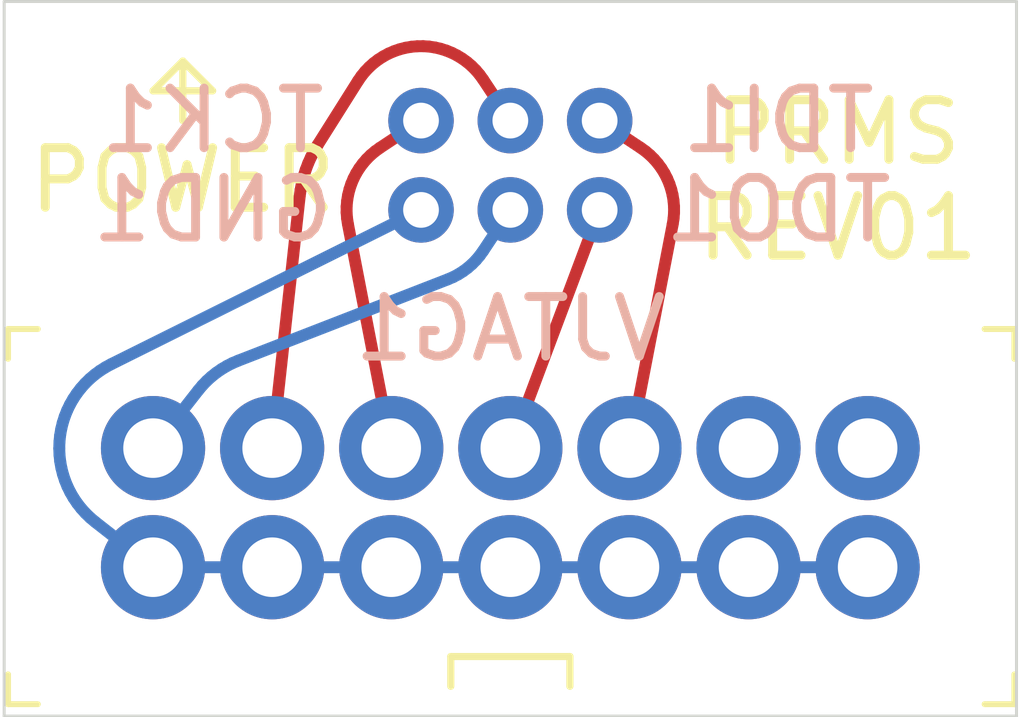
<source format=kicad_pcb>
(kicad_pcb (version 20171130) (host pcbnew 5.1.5-52549c5~86~ubuntu19.10.1)

  (general
    (thickness 1.6)
    (drawings 20)
    (tracks 122)
    (zones 0)
    (modules 7)
    (nets 9)
  )

  (page A4)
  (layers
    (0 F.Cu signal)
    (31 B.Cu signal)
    (32 B.Adhes user)
    (33 F.Adhes user)
    (34 B.Paste user)
    (35 F.Paste user)
    (36 B.SilkS user hide)
    (37 F.SilkS user)
    (38 B.Mask user)
    (39 F.Mask user)
    (40 Dwgs.User user)
    (41 Cmts.User user)
    (42 Eco1.User user hide)
    (43 Eco2.User user)
    (44 Edge.Cuts user)
    (45 Margin user)
    (46 B.CrtYd user hide)
    (47 F.CrtYd user hide)
    (48 B.Fab user hide)
    (49 F.Fab user hide)
  )

  (setup
    (last_trace_width 0.2)
    (user_trace_width 0.2)
    (trace_clearance 0.2)
    (zone_clearance 0.508)
    (zone_45_only no)
    (trace_min 0.2)
    (via_size 0.8)
    (via_drill 0.4)
    (via_min_size 0.4)
    (via_min_drill 0.3)
    (uvia_size 0.3)
    (uvia_drill 0.1)
    (uvias_allowed no)
    (uvia_min_size 0.2)
    (uvia_min_drill 0.1)
    (edge_width 0.05)
    (segment_width 0.2)
    (pcb_text_width 0.3)
    (pcb_text_size 1.5 1.5)
    (mod_edge_width 0.12)
    (mod_text_size 1 1)
    (mod_text_width 0.15)
    (pad_size 1.524 1.524)
    (pad_drill 0.762)
    (pad_to_mask_clearance 0.051)
    (solder_mask_min_width 0.25)
    (aux_axis_origin 0 0)
    (grid_origin 130.5 71)
    (visible_elements FFFFFF7F)
    (pcbplotparams
      (layerselection 0x010fc_ffffffff)
      (usegerberextensions false)
      (usegerberattributes false)
      (usegerberadvancedattributes false)
      (creategerberjobfile false)
      (excludeedgelayer true)
      (linewidth 0.100000)
      (plotframeref false)
      (viasonmask false)
      (mode 1)
      (useauxorigin false)
      (hpglpennumber 1)
      (hpglpenspeed 20)
      (hpglpendiameter 15.000000)
      (psnegative false)
      (psa4output false)
      (plotreference true)
      (plotvalue true)
      (plotinvisibletext false)
      (padsonsilk false)
      (subtractmaskfromsilk false)
      (outputformat 1)
      (mirror false)
      (drillshape 1)
      (scaleselection 1)
      (outputdirectory ""))
  )

  (net 0 "")
  (net 1 "Net-(J1-Pad14)")
  (net 2 GND)
  (net 3 "Net-(J1-Pad12)")
  (net 4 /JTAG_TDI)
  (net 5 /JTAG_TDO)
  (net 6 /JTAG_TCK)
  (net 7 /JTAG_TMS)
  (net 8 +3V3)

  (net_class Default "This is the default net class."
    (clearance 0.2)
    (trace_width 0.2)
    (via_dia 0.8)
    (via_drill 0.4)
    (uvia_dia 0.3)
    (uvia_drill 0.1)
    (add_net +3V3)
    (add_net /JTAG_TCK)
    (add_net /JTAG_TDI)
    (add_net /JTAG_TDO)
    (add_net /JTAG_TMS)
    (add_net GND)
    (add_net "Net-(J1-Pad12)")
    (add_net "Net-(J1-Pad14)")
  )

  (module ttt_lib:TestPoint_THTPad_D1.1mm_Drill0.6mm (layer B.Cu) (tedit 5FC59532) (tstamp 5FC5F291)
    (at 136.5 65)
    (descr "THT pad as test Point, diameter 1.0mm, hole diameter 0.5mm")
    (tags "test point THT pad")
    (path /5FD7CF71)
    (attr virtual)
    (fp_text reference VJTAG1 (at 0 2) (layer B.SilkS)
      (effects (font (size 1 1) (thickness 0.15)) (justify mirror))
    )
    (fp_text value TestPoint (at 0 -1.55) (layer B.Fab)
      (effects (font (size 1 1) (thickness 0.15)) (justify mirror))
    )
    (fp_circle (center 0 0) (end 1 0) (layer B.CrtYd) (width 0.05))
    (fp_text user %R (at 0 1.45) (layer B.Fab)
      (effects (font (size 1 1) (thickness 0.15)) (justify mirror))
    )
    (pad 1 thru_hole circle (at 0 0) (size 1.1 1.1) (drill 0.6) (layers *.Cu *.Mask)
      (net 8 +3V3))
  )

  (module ttt_lib:TestPoint_THTPad_D1.1mm_Drill0.6mm (layer B.Cu) (tedit 5FC59532) (tstamp 5FC5988C)
    (at 136.5 63.5)
    (descr "THT pad as test Point, diameter 1.0mm, hole diameter 0.5mm")
    (tags "test point THT pad")
    (path /5FFEDA0F)
    (attr virtual)
    (fp_text reference TMS1 (at 0 -1.5) (layer B.SilkS) hide
      (effects (font (size 1 1) (thickness 0.15)) (justify mirror))
    )
    (fp_text value TestPoint (at 0 -1.55) (layer B.Fab)
      (effects (font (size 1 1) (thickness 0.15)) (justify mirror))
    )
    (fp_circle (center 0 0) (end 1 0) (layer B.CrtYd) (width 0.05))
    (fp_text user %R (at 0 1.45) (layer B.Fab)
      (effects (font (size 1 1) (thickness 0.15)) (justify mirror))
    )
    (pad 1 thru_hole circle (at 0 0) (size 1.1 1.1) (drill 0.6) (layers *.Cu *.Mask)
      (net 7 /JTAG_TMS))
  )

  (module ttt_lib:TestPoint_THTPad_D1.1mm_Drill0.6mm (layer B.Cu) (tedit 5FC59532) (tstamp 5FC5F2BD)
    (at 138 65)
    (descr "THT pad as test Point, diameter 1.0mm, hole diameter 0.5mm")
    (tags "test point THT pad")
    (path /600CBE96)
    (attr virtual)
    (fp_text reference TDO1 (at 3 0) (layer B.SilkS)
      (effects (font (size 1 1) (thickness 0.15)) (justify mirror))
    )
    (fp_text value TestPoint (at 0 -1.55) (layer B.Fab)
      (effects (font (size 1 1) (thickness 0.15)) (justify mirror))
    )
    (fp_circle (center 0 0) (end 1 0) (layer B.CrtYd) (width 0.05))
    (fp_text user %R (at 0 1.45) (layer B.Fab)
      (effects (font (size 1 1) (thickness 0.15)) (justify mirror))
    )
    (pad 1 thru_hole circle (at 0 0) (size 1.1 1.1) (drill 0.6) (layers *.Cu *.Mask)
      (net 5 /JTAG_TDO))
  )

  (module ttt_lib:TestPoint_THTPad_D1.1mm_Drill0.6mm (layer B.Cu) (tedit 5FC59532) (tstamp 5FC598A1)
    (at 138 63.5)
    (descr "THT pad as test Point, diameter 1.0mm, hole diameter 0.5mm")
    (tags "test point THT pad")
    (path /6013B16D)
    (attr virtual)
    (fp_text reference TDI1 (at 3 0) (layer B.SilkS)
      (effects (font (size 1 1) (thickness 0.15)) (justify mirror))
    )
    (fp_text value TestPoint (at 0 -1.55) (layer B.Fab)
      (effects (font (size 1 1) (thickness 0.15)) (justify mirror))
    )
    (fp_circle (center 0 0) (end 1 0) (layer B.CrtYd) (width 0.05))
    (fp_text user %R (at 0 1.45) (layer B.Fab)
      (effects (font (size 1 1) (thickness 0.15)) (justify mirror))
    )
    (pad 1 thru_hole circle (at 0 0) (size 1.1 1.1) (drill 0.6) (layers *.Cu *.Mask)
      (net 4 /JTAG_TDI))
  )

  (module ttt_lib:TestPoint_THTPad_D1.1mm_Drill0.6mm (layer B.Cu) (tedit 5FC59532) (tstamp 5FC59893)
    (at 135 63.5)
    (descr "THT pad as test Point, diameter 1.0mm, hole diameter 0.5mm")
    (tags "test point THT pad")
    (path /6005CC1E)
    (attr virtual)
    (fp_text reference TCK1 (at -3.5 0) (layer B.SilkS)
      (effects (font (size 1 1) (thickness 0.15)) (justify mirror))
    )
    (fp_text value TestPoint (at 0 -1.55) (layer B.Fab)
      (effects (font (size 1 1) (thickness 0.15)) (justify mirror))
    )
    (fp_circle (center 0 0) (end 1 0) (layer B.CrtYd) (width 0.05))
    (fp_text user %R (at 0 1.45) (layer B.Fab)
      (effects (font (size 1 1) (thickness 0.15)) (justify mirror))
    )
    (pad 1 thru_hole circle (at 0 0) (size 1.1 1.1) (drill 0.6) (layers *.Cu *.Mask)
      (net 6 /JTAG_TCK))
  )

  (module ttt_lib:TestPoint_THTPad_D1.1mm_Drill0.6mm (layer B.Cu) (tedit 5FC59532) (tstamp 5FC5F26A)
    (at 135 65)
    (descr "THT pad as test Point, diameter 1.0mm, hole diameter 0.5mm")
    (tags "test point THT pad")
    (path /601AA432)
    (attr virtual)
    (fp_text reference GND1 (at -3.5 0) (layer B.SilkS)
      (effects (font (size 1 1) (thickness 0.15)) (justify mirror))
    )
    (fp_text value TestPoint (at 0 -1.55) (layer B.Fab)
      (effects (font (size 1 1) (thickness 0.15)) (justify mirror))
    )
    (fp_circle (center 0 0) (end 1 0) (layer B.CrtYd) (width 0.05))
    (fp_text user %R (at 0 1.45) (layer B.Fab)
      (effects (font (size 1 1) (thickness 0.15)) (justify mirror))
    )
    (pad 1 thru_hole circle (at 0 0) (size 1.1 1.1) (drill 0.6) (layers *.Cu *.Mask)
      (net 2 GND))
  )

  (module digikey-footprints:PinHeader_2x7_P2mm_Drill1mm (layer F.Cu) (tedit 5CAE0CF1) (tstamp 5FC5F63C)
    (at 130.5 71 180)
    (path /5FC59A40)
    (fp_text reference J1 (at -11.5 4.5) (layer F.SilkS) hide
      (effects (font (size 1 1) (thickness 0.15)))
    )
    (fp_text value 0878311420 (at -5.08 5.25) (layer F.Fab)
      (effects (font (size 1 1) (thickness 0.15)))
    )
    (fp_line (start -14.355 3.9) (end 2.295 3.9) (layer F.Fab) (width 0.1))
    (fp_line (start -14.355 -2.15) (end 2.295 -2.15) (layer F.Fab) (width 0.1))
    (fp_line (start -14.355 -2.15) (end -14.355 3.9) (layer F.Fab) (width 0.1))
    (fp_line (start 2.295 -2.15) (end 2.295 3.9) (layer F.Fab) (width 0.1))
    (fp_line (start -14.465 -2.3) (end -13.965 -2.3) (layer F.SilkS) (width 0.1))
    (fp_line (start -14.465 -2.3) (end -14.465 -1.8) (layer F.SilkS) (width 0.1))
    (fp_line (start 2.435 -2.3) (end 1.935 -2.3) (layer F.SilkS) (width 0.1))
    (fp_line (start 2.435 -2.3) (end 2.435 -1.8) (layer F.SilkS) (width 0.1))
    (fp_line (start 2.435 4) (end 2.435 3.5) (layer F.SilkS) (width 0.1))
    (fp_line (start 2.435 4) (end 1.935 4) (layer F.SilkS) (width 0.1))
    (fp_line (start -14.465 4) (end -13.965 4) (layer F.SilkS) (width 0.1))
    (fp_line (start -14.465 4) (end -14.465 3.5) (layer F.SilkS) (width 0.1))
    (fp_line (start 2.545 -2.4) (end -14.605 -2.4) (layer F.CrtYd) (width 0.05))
    (fp_line (start -14.605 -2.4) (end -14.605 4.15) (layer F.CrtYd) (width 0.05))
    (fp_line (start 2.545 -2.4) (end 2.545 4.15) (layer F.CrtYd) (width 0.05))
    (fp_line (start 2.545 4.15) (end -14.605 4.15) (layer F.CrtYd) (width 0.05))
    (fp_text user %R (at -6.0635 0.99) (layer F.Fab)
      (effects (font (size 1 1) (thickness 0.15)))
    )
    (pad 14 thru_hole circle (at -12 2 180) (size 1.75 1.75) (drill 1) (layers *.Cu *.Mask)
      (net 1 "Net-(J1-Pad14)"))
    (pad 13 thru_hole circle (at -12 0 180) (size 1.75 1.75) (drill 1) (layers *.Cu *.Mask)
      (net 2 GND))
    (pad 12 thru_hole circle (at -10 2 180) (size 1.75 1.75) (drill 1) (layers *.Cu *.Mask)
      (net 3 "Net-(J1-Pad12)"))
    (pad 11 thru_hole circle (at -10 0 180) (size 1.75 1.75) (drill 1) (layers *.Cu *.Mask)
      (net 2 GND))
    (pad 10 thru_hole circle (at -8 2 180) (size 1.75 1.75) (drill 1) (layers *.Cu *.Mask)
      (net 4 /JTAG_TDI))
    (pad 9 thru_hole circle (at -8 0 180) (size 1.75 1.75) (drill 1) (layers *.Cu *.Mask)
      (net 2 GND))
    (pad 8 thru_hole circle (at -6 2 180) (size 1.75 1.75) (drill 1) (layers *.Cu *.Mask)
      (net 5 /JTAG_TDO))
    (pad 7 thru_hole circle (at -6 0 180) (size 1.75 1.75) (drill 1) (layers *.Cu *.Mask)
      (net 2 GND))
    (pad 6 thru_hole circle (at -4 2 180) (size 1.75 1.75) (drill 1) (layers *.Cu *.Mask)
      (net 6 /JTAG_TCK))
    (pad 5 thru_hole circle (at -4 0 180) (size 1.75 1.75) (drill 1) (layers *.Cu *.Mask)
      (net 2 GND))
    (pad 4 thru_hole circle (at -2 2 180) (size 1.75 1.75) (drill 1) (layers *.Cu *.Mask)
      (net 7 /JTAG_TMS))
    (pad 3 thru_hole circle (at -2 0 180) (size 1.75 1.75) (drill 1) (layers *.Cu *.Mask)
      (net 2 GND))
    (pad 2 thru_hole circle (at 0 2 180) (size 1.75 1.75) (drill 1) (layers *.Cu *.Mask)
      (net 8 +3V3))
    (pad 1 thru_hole circle (at 0 0 180) (size 1.75 1.75) (drill 1) (layers *.Cu *.Mask)
      (net 2 GND))
  )

  (gr_text "PRMS\nREV01" (at 142 64.5) (layer F.SilkS)
    (effects (font (size 1 1) (thickness 0.15)))
  )
  (gr_line (start 130.5 63) (end 131 62.5) (layer F.SilkS) (width 0.12) (tstamp 5FC604C8))
  (gr_line (start 131.5 63) (end 130.5 63) (layer F.SilkS) (width 0.12))
  (gr_line (start 131 62.5) (end 131.5 63) (layer F.SilkS) (width 0.12))
  (gr_line (start 131 63.5) (end 131 62.5) (layer F.SilkS) (width 0.12))
  (gr_text POWER (at 131 64.5) (layer F.SilkS)
    (effects (font (size 1 1) (thickness 0.15)))
  )
  (gr_line (start 137.5 72.5) (end 137.5 73) (layer F.SilkS) (width 0.12))
  (gr_line (start 135.5 72.5) (end 137.5 72.5) (layer F.SilkS) (width 0.12))
  (gr_line (start 135.5 73) (end 135.5 72.5) (layer F.SilkS) (width 0.12))
  (gr_line (start 145 73.5) (end 128 73.5) (layer Edge.Cuts) (width 0.05) (tstamp 5FC6045C))
  (gr_line (start 145 61.5) (end 145 73.5) (layer Edge.Cuts) (width 0.05))
  (gr_line (start 128 61.5) (end 145 61.5) (layer Edge.Cuts) (width 0.05))
  (gr_line (start 128 73.5) (end 128 61.5) (layer Edge.Cuts) (width 0.05))
  (gr_circle (center 130.5 69) (end 132.075 69) (layer Eco2.User) (width 0.2))
  (gr_circle (center 135 65) (end 136.25 65) (layer Eco2.User) (width 0.2))
  (gr_circle (center 132.5 69) (end 134.075 69) (layer Eco2.User) (width 0.2))
  (gr_circle (center 135 63.5) (end 136.25 63.5) (layer Eco1.User) (width 0.2) (tstamp 5FC5F8BC))
  (gr_circle (center 135 65) (end 137.05 65) (layer Eco1.User) (width 0.2))
  (gr_circle (center 135 65) (end 136.25 65) (layer Eco1.User) (width 0.2))
  (gr_circle (center 138 65) (end 139.25 65) (layer Eco1.User) (width 0.2))

  (segment (start 129.529304 70.240312) (end 130.5 71) (width 0.2) (layer B.Cu) (net 2))
  (segment (start 129.798003 67.590097) (end 135 65) (width 0.2) (layer B.Cu) (net 2))
  (segment (start 129.529303 70.240312) (end 129.445512 70.169906) (width 0.2) (layer B.Cu) (net 2))
  (segment (start 129.445512 70.169906) (end 129.366812 70.093851) (width 0.2) (layer B.Cu) (net 2))
  (segment (start 129.366812 70.093851) (end 129.293584 70.012514) (width 0.2) (layer B.Cu) (net 2))
  (segment (start 129.293584 70.012514) (end 129.226181 69.926288) (width 0.2) (layer B.Cu) (net 2))
  (segment (start 129.226181 69.926288) (end 129.164929 69.83559) (width 0.2) (layer B.Cu) (net 2))
  (segment (start 129.164929 69.83559) (end 129.110123 69.740857) (width 0.2) (layer B.Cu) (net 2))
  (segment (start 129.110123 69.740857) (end 129.062029 69.642546) (width 0.2) (layer B.Cu) (net 2))
  (segment (start 129.062029 69.642546) (end 129.020878 69.541133) (width 0.2) (layer B.Cu) (net 2))
  (segment (start 129.020878 69.541133) (end 128.98687 69.437107) (width 0.2) (layer B.Cu) (net 2))
  (segment (start 128.98687 69.437107) (end 128.960167 69.33097) (width 0.2) (layer B.Cu) (net 2))
  (segment (start 128.960167 69.33097) (end 128.9409 69.223235) (width 0.2) (layer B.Cu) (net 2))
  (segment (start 128.9409 69.223235) (end 128.929161 69.114422) (width 0.2) (layer B.Cu) (net 2))
  (segment (start 128.929161 69.114422) (end 128.925008 69.005057) (width 0.2) (layer B.Cu) (net 2))
  (segment (start 128.925008 69.005057) (end 128.928459 68.895667) (width 0.2) (layer B.Cu) (net 2))
  (segment (start 128.928459 68.895667) (end 128.939499 68.786781) (width 0.2) (layer B.Cu) (net 2))
  (segment (start 128.939499 68.786781) (end 128.958073 68.678925) (width 0.2) (layer B.Cu) (net 2))
  (segment (start 128.958073 68.678925) (end 128.984094 68.572619) (width 0.2) (layer B.Cu) (net 2))
  (segment (start 128.984094 68.572619) (end 129.017434 68.468376) (width 0.2) (layer B.Cu) (net 2))
  (segment (start 129.017434 68.468376) (end 129.057932 68.366701) (width 0.2) (layer B.Cu) (net 2))
  (segment (start 129.057932 68.366701) (end 129.105394 68.268084) (width 0.2) (layer B.Cu) (net 2))
  (segment (start 129.105394 68.268084) (end 129.15959 68.173) (width 0.2) (layer B.Cu) (net 2))
  (segment (start 129.15959 68.173) (end 129.220258 68.08191) (width 0.2) (layer B.Cu) (net 2))
  (segment (start 129.220258 68.08191) (end 129.287106 67.995253) (width 0.2) (layer B.Cu) (net 2))
  (segment (start 129.287106 67.995253) (end 129.35981 67.913448) (width 0.2) (layer B.Cu) (net 2))
  (segment (start 129.35981 67.913448) (end 129.43802 67.836889) (width 0.2) (layer B.Cu) (net 2))
  (segment (start 129.43802 67.836889) (end 129.521358 67.765947) (width 0.2) (layer B.Cu) (net 2))
  (segment (start 129.521358 67.765947) (end 129.609421 67.700963) (width 0.2) (layer B.Cu) (net 2))
  (segment (start 129.609421 67.700963) (end 129.701785 67.642252) (width 0.2) (layer B.Cu) (net 2))
  (segment (start 129.701785 67.642252) (end 129.798003 67.590097) (width 0.2) (layer B.Cu) (net 2))
  (segment (start 142.5 71) (end 130.5 71) (width 0.2) (layer B.Cu) (net 2))
  (segment (start 131.93035 67.531625) (end 135.452102 66.165376) (width 0.2) (layer B.Cu) (net 8))
  (segment (start 136.041666 65.690963) (end 136.5 65) (width 0.2) (layer B.Cu) (net 8))
  (segment (start 131.259687 68.029304) (end 130.5 69) (width 0.2) (layer B.Cu) (net 8))
  (segment (start 133.265894 63.906666) (end 133.942618 62.833333) (width 0.2) (layer F.Cu) (net 7))
  (segment (start 132.962167 64.776979) (end 132.5 69) (width 0.2) (layer F.Cu) (net 7))
  (segment (start 133.772714 65.237214) (end 134.5 69) (width 0.2) (layer F.Cu) (net 6))
  (segment (start 134.309036 63.958333) (end 135 63.5) (width 0.2) (layer F.Cu) (net 6))
  (segment (start 136.041666 62.809036) (end 136.5 63.5) (width 0.2) (layer F.Cu) (net 7))
  (segment (start 139.227285 65.237214) (end 138.5 69) (width 0.2) (layer F.Cu) (net 4))
  (segment (start 138.690963 63.958333) (end 138 63.5) (width 0.2) (layer F.Cu) (net 4))
  (segment (start 139.227285 65.237214) (end 139.242094 65.140361) (width 0.2) (layer F.Cu) (net 4))
  (segment (start 139.242094 65.140361) (end 139.249272 65.042646) (width 0.2) (layer F.Cu) (net 4))
  (segment (start 139.249272 65.042646) (end 139.248774 64.944669) (width 0.2) (layer F.Cu) (net 4))
  (segment (start 139.248774 64.944669) (end 139.240605 64.847032) (width 0.2) (layer F.Cu) (net 4))
  (segment (start 139.240605 64.847032) (end 139.224813 64.750335) (width 0.2) (layer F.Cu) (net 4))
  (segment (start 139.224813 64.750335) (end 139.201496 64.655171) (width 0.2) (layer F.Cu) (net 4))
  (segment (start 139.201496 64.655171) (end 139.170797 64.562126) (width 0.2) (layer F.Cu) (net 4))
  (segment (start 139.170797 64.562126) (end 139.132905 64.471772) (width 0.2) (layer F.Cu) (net 4))
  (segment (start 139.132905 64.471772) (end 139.088053 64.384663) (width 0.2) (layer F.Cu) (net 4))
  (segment (start 139.088053 64.384663) (end 139.036516 64.301334) (width 0.2) (layer F.Cu) (net 4))
  (segment (start 139.036516 64.301334) (end 138.978611 64.222298) (width 0.2) (layer F.Cu) (net 4))
  (segment (start 138.978611 64.222298) (end 138.914693 64.14804) (width 0.2) (layer F.Cu) (net 4))
  (segment (start 138.914693 64.14804) (end 138.845156 64.079016) (width 0.2) (layer F.Cu) (net 4))
  (segment (start 138.845156 64.079016) (end 138.770426 64.01565) (width 0.2) (layer F.Cu) (net 4))
  (segment (start 138.770426 64.01565) (end 138.690962 63.958333) (width 0.2) (layer F.Cu) (net 4))
  (segment (start 138 65) (end 136.5 69) (width 0.2) (layer F.Cu) (net 5))
  (segment (start 133.772714 65.237213) (end 133.757905 65.140361) (width 0.2) (layer F.Cu) (net 6))
  (segment (start 133.757905 65.140361) (end 133.750727 65.042646) (width 0.2) (layer F.Cu) (net 6))
  (segment (start 133.750727 65.042646) (end 133.751225 64.944669) (width 0.2) (layer F.Cu) (net 6))
  (segment (start 133.751225 64.944669) (end 133.759394 64.847032) (width 0.2) (layer F.Cu) (net 6))
  (segment (start 133.759394 64.847032) (end 133.775186 64.750335) (width 0.2) (layer F.Cu) (net 6))
  (segment (start 133.775186 64.750335) (end 133.798503 64.655171) (width 0.2) (layer F.Cu) (net 6))
  (segment (start 133.798503 64.655171) (end 133.829202 64.562127) (width 0.2) (layer F.Cu) (net 6))
  (segment (start 133.829202 64.562127) (end 133.867094 64.471772) (width 0.2) (layer F.Cu) (net 6))
  (segment (start 133.867094 64.471772) (end 133.911946 64.384663) (width 0.2) (layer F.Cu) (net 6))
  (segment (start 133.911946 64.384663) (end 133.963483 64.301334) (width 0.2) (layer F.Cu) (net 6))
  (segment (start 133.963483 64.301334) (end 134.021388 64.222298) (width 0.2) (layer F.Cu) (net 6))
  (segment (start 134.021388 64.222298) (end 134.085305 64.14804) (width 0.2) (layer F.Cu) (net 6))
  (segment (start 134.085305 64.14804) (end 134.154843 64.079016) (width 0.2) (layer F.Cu) (net 6))
  (segment (start 134.154843 64.079016) (end 134.229573 64.015651) (width 0.2) (layer F.Cu) (net 6))
  (segment (start 134.229573 64.015651) (end 134.309036 63.958333) (width 0.2) (layer F.Cu) (net 6))
  (segment (start 133.265894 63.906666) (end 133.206731 64.006678) (width 0.2) (layer F.Cu) (net 7))
  (segment (start 133.206731 64.006678) (end 133.153329 64.109882) (width 0.2) (layer F.Cu) (net 7))
  (segment (start 133.153329 64.109882) (end 133.105861 64.215946) (width 0.2) (layer F.Cu) (net 7))
  (segment (start 133.105861 64.215946) (end 133.064479 64.324529) (width 0.2) (layer F.Cu) (net 7))
  (segment (start 133.064479 64.324529) (end 133.029316 64.435283) (width 0.2) (layer F.Cu) (net 7))
  (segment (start 133.029316 64.435283) (end 133.000484 64.547851) (width 0.2) (layer F.Cu) (net 7))
  (segment (start 133.000484 64.547851) (end 132.978077 64.661871) (width 0.2) (layer F.Cu) (net 7))
  (segment (start 132.978077 64.661871) (end 132.962167 64.776979) (width 0.2) (layer F.Cu) (net 7))
  (segment (start 133.942618 62.833333) (end 133.999078 62.75123) (width 0.2) (layer F.Cu) (net 7))
  (segment (start 133.999078 62.75123) (end 134.061898 62.673885) (width 0.2) (layer F.Cu) (net 7))
  (segment (start 134.061898 62.673885) (end 134.130678 62.60179) (width 0.2) (layer F.Cu) (net 7))
  (segment (start 134.130678 62.60179) (end 134.204983 62.535402) (width 0.2) (layer F.Cu) (net 7))
  (segment (start 134.204983 62.535402) (end 134.284339 62.475143) (width 0.2) (layer F.Cu) (net 7))
  (segment (start 134.284339 62.475143) (end 134.368243 62.421397) (width 0.2) (layer F.Cu) (net 7))
  (segment (start 134.368243 62.421397) (end 134.456162 62.374504) (width 0.2) (layer F.Cu) (net 7))
  (segment (start 134.456162 62.374504) (end 134.547536 62.334763) (width 0.2) (layer F.Cu) (net 7))
  (segment (start 134.547536 62.334763) (end 134.641785 62.302426) (width 0.2) (layer F.Cu) (net 7))
  (segment (start 134.641785 62.302426) (end 134.73831 62.277699) (width 0.2) (layer F.Cu) (net 7))
  (segment (start 134.73831 62.277699) (end 134.836498 62.260739) (width 0.2) (layer F.Cu) (net 7))
  (segment (start 134.836498 62.260739) (end 134.935725 62.251653) (width 0.2) (layer F.Cu) (net 7))
  (segment (start 134.935725 62.251653) (end 135.03536 62.2505) (width 0.2) (layer F.Cu) (net 7))
  (segment (start 135.03536 62.2505) (end 135.134771 62.257286) (width 0.2) (layer F.Cu) (net 7))
  (segment (start 135.134771 62.257286) (end 135.233325 62.271969) (width 0.2) (layer F.Cu) (net 7))
  (segment (start 135.233325 62.271969) (end 135.330397 62.294455) (width 0.2) (layer F.Cu) (net 7))
  (segment (start 135.330397 62.294455) (end 135.42537 62.324602) (width 0.2) (layer F.Cu) (net 7))
  (segment (start 135.42537 62.324602) (end 135.517639 62.362217) (width 0.2) (layer F.Cu) (net 7))
  (segment (start 135.517639 62.362217) (end 135.606619 62.407062) (width 0.2) (layer F.Cu) (net 7))
  (segment (start 135.606619 62.407062) (end 135.691745 62.458852) (width 0.2) (layer F.Cu) (net 7))
  (segment (start 135.691745 62.458852) (end 135.772475 62.517257) (width 0.2) (layer F.Cu) (net 7))
  (segment (start 135.772475 62.517257) (end 135.848296 62.581908) (width 0.2) (layer F.Cu) (net 7))
  (segment (start 135.848296 62.581908) (end 135.918727 62.652392) (width 0.2) (layer F.Cu) (net 7))
  (segment (start 135.918727 62.652392) (end 135.983321 62.728262) (width 0.2) (layer F.Cu) (net 7))
  (segment (start 135.983321 62.728262) (end 136.041666 62.809035) (width 0.2) (layer F.Cu) (net 7))
  (segment (start 135.452102 66.165376) (end 135.540272 66.127211) (width 0.2) (layer B.Cu) (net 8))
  (segment (start 135.540272 66.127211) (end 135.625251 66.082386) (width 0.2) (layer B.Cu) (net 8))
  (segment (start 135.625251 66.082386) (end 135.706536 66.031167) (width 0.2) (layer B.Cu) (net 8))
  (segment (start 135.706536 66.031167) (end 135.783647 65.973856) (width 0.2) (layer B.Cu) (net 8))
  (segment (start 135.783647 65.973856) (end 135.856129 65.910792) (width 0.2) (layer B.Cu) (net 8))
  (segment (start 135.856129 65.910792) (end 135.923553 65.842347) (width 0.2) (layer B.Cu) (net 8))
  (segment (start 135.923553 65.842347) (end 135.98552 65.768926) (width 0.2) (layer B.Cu) (net 8))
  (segment (start 135.98552 65.768926) (end 136.041666 65.690963) (width 0.2) (layer B.Cu) (net 8))
  (segment (start 131.93035 67.531625) (end 131.833201 67.573113) (width 0.2) (layer B.Cu) (net 8))
  (segment (start 131.833201 67.573113) (end 131.739051 67.621021) (width 0.2) (layer B.Cu) (net 8))
  (segment (start 131.739051 67.621021) (end 131.648325 67.675131) (width 0.2) (layer B.Cu) (net 8))
  (segment (start 131.648325 67.675131) (end 131.56143 67.735202) (width 0.2) (layer B.Cu) (net 8))
  (segment (start 131.56143 67.735202) (end 131.478758 67.800962) (width 0.2) (layer B.Cu) (net 8))
  (segment (start 131.478758 67.800962) (end 131.400679 67.872117) (width 0.2) (layer B.Cu) (net 8))
  (segment (start 131.400679 67.872117) (end 131.327546 67.948345) (width 0.2) (layer B.Cu) (net 8))
  (segment (start 131.327546 67.948345) (end 131.259687 68.029304) (width 0.2) (layer B.Cu) (net 8))

)

</source>
